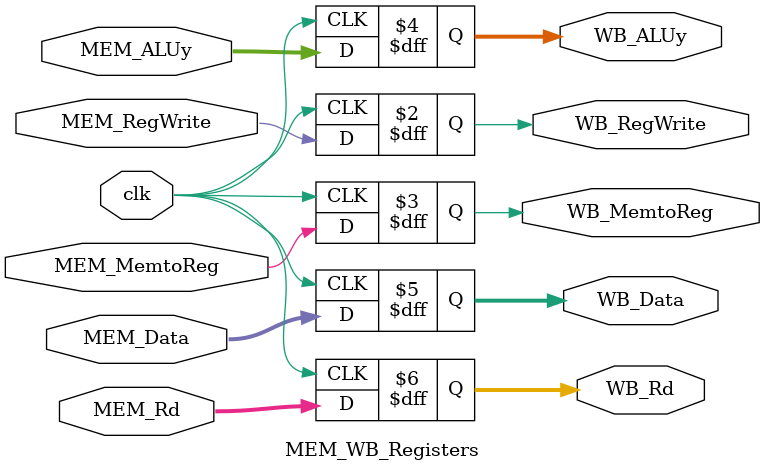
<source format=v>
module Mux2_5(
    input control,
    input [4:0] in1, in0,
    output [4:0] out
);
assign out = control? in1:in0;
endmodule

module Mux2_32(
    input control,
    input [31:0] in1, in0,
    output [31:0] out
);
assign out = control? in1:in0;
endmodule

module Mux2_9(
    input control,
    input [8:0] in1, in0,
    output [8:0] out
);
assign out = control? in1:in0;
endmodule

module Mux3_32(
    input [1:0] control,
    input [31:0] in10, in01, in00,
    output [31:0] out
);
assign out = control[1]? (control[0]?32'b0:in10):(control[0]?in01:in00);
endmodule

module PC(
    input clk,
    input rst,
    input stall,
    input [31:0] new_addr,
    output reg [31:0] cur_addr
);
initial
    cur_addr <= 0;
always@(posedge clk or posedge rst)
begin
    if(rst)
        cur_addr <= 0;
    else
        if(~stall)
            cur_addr <= new_addr;
        else
            cur_addr <= cur_addr;
end
endmodule

module Registers				//32 x WIDTH¼Ä´æÆ÷¶Ñ
#(parameter WIDTH = 32) 	        //Êý¾Ý¿í¶È
(
    input clk,						//Ê±ÖÓ£¨ÉÏÉýÑØÓÐÐ§£©
    input [4:0] ra0,				//¶Á¶Ë¿Ú0µØÖ·
    output reg [WIDTH-1:0] rd0,    	    //¶Á¶Ë¿Ú0Êý¾Ý
    input [4:0] ra1, 				//¶Á¶Ë¿Ú1µØÖ·
    output reg [WIDTH-1:0] rd1,      	//¶Á¶Ë¿Ú1Êý¾Ý
    input [4:0] wa, 				//Ð´¶Ë¿ÚµØÖ·
    input we,				    	//Ð´Ê¹ÄÜ£¬¸ßµçÆ½ÓÐÐ§
    input [WIDTH-1:0] wd 	    	//Ð´¶Ë¿ÚÊý¾Ý
);
reg [WIDTH-1:0] mem [255:0];
// ³õÊ¼»¯ RAM µÄÄÚÈÝ
initial
begin
    //$readmemh("C:/Users/mi/Desktop/text.txt", mem, 0, 255);
    $readmemh("C:/Users/mi/Desktop/lab5_cpu/initReg.vec", mem, 0, 255);
end
// Òì²½¶Á
always@(*)
begin
    rd0 = mem[ra0];
    rd1 = mem[ra1];
end
// Í¬²½Ð´
always@(negedge clk)
begin
    if(we)
        if(wa != 5'b0)
            mem[wa] <= wd; 
end
endmodule

module Sign_extend(
    input [15:0] imm,
    output [31:0] extendImm
);
assign extendImm[15:0] = imm;
assign extendImm[31:16] = imm[15] ? 16'hffff : 16'h0000;
endmodule

module ALU
#(parameter WIDTH = 32) 	//Êý¾Ý¿í¶È
(output reg [WIDTH-1:0] y, 		//ÔËËã½á¹û
output reg zf, 					//Áã±êÖ¾
output reg cf, 					//½øÎ»/½èÎ»±êÖ¾
output reg of, 					//Òç³ö±êÖ¾
input [WIDTH-1:0] a, b,		//Á½²Ù×÷Êý
input [2:0] m		    	//²Ù×÷ÀàÐÍ
);
always@(*)
    begin
        case(m)
            3'b000: // +
            begin
                {cf, y} = a + b;
                of = (~a[WIDTH-1] & ~b[WIDTH-1] & y[WIDTH-1])
                    | (a[WIDTH-1] & b[WIDTH-1] & ~y[WIDTH-1]);
                zf = ~|y;
            end
            3'b001: // -
            begin
                {cf, y} = a - b;
                of = (~a[WIDTH-1] & b[WIDTH-1] & y[WIDTH-1])
                    | (a[WIDTH-1] & ~b[WIDTH-1] & ~y[WIDTH-1]);
                zf = ~|y;
            end
            3'b010: // &
            begin
                y = a & b;
                zf = ~|y;
                cf = 0;
                of = 0;
            end
            3'b011: // |
            begin
                y = a | b;
                zf = ~|y;
                cf = 0;
                of = 0;
            end
            3'b100: // ^
            begin
                y = a ^ b;
                zf = ~|y;
                cf = 0;
                of = 0;
            end
            default:
            begin
                y = 0;
                zf = 0;
                cf = 0;
                of = 0;
            end
        endcase
end
endmodule

module Control(
    input [5:0] instruction,
    output reg EX_RegDst, EX_ALUOp1, EX_ALUOp0, EX_ALUSrc, 
    output reg M_Branch, M_MemRead, M_MemWrite,
    output reg WB_RegWrite, WB_MemtoReg
);
// add addi lw sw beq j
// x ¶¼¹éÎª 0
always @(instruction)
begin
    case(instruction)
        6'b000000: // add
            {EX_RegDst, EX_ALUOp1, EX_ALUOp0, EX_ALUSrc, 
            M_Branch, M_MemRead, M_MemWrite,
            WB_RegWrite, WB_MemtoReg} <= 9'b110000010;
        6'b100011: // lw
            {EX_RegDst, EX_ALUOp1, EX_ALUOp0, EX_ALUSrc, 
            M_Branch, M_MemRead, M_MemWrite,
            WB_RegWrite, WB_MemtoReg} <= 9'b000101011;
        6'b101011: // sw
            {EX_RegDst, EX_ALUOp1, EX_ALUOp0, EX_ALUSrc, 
            M_Branch, M_MemRead, M_MemWrite,
            WB_RegWrite, WB_MemtoReg} <= 9'b00010010x;
        6'b000100: // beq
            {EX_RegDst, EX_ALUOp1, EX_ALUOp0, EX_ALUSrc, 
            M_Branch, M_MemRead, M_MemWrite,
            WB_RegWrite, WB_MemtoReg} <= 9'b00101000x;
        6'b001000: // addi
            {EX_RegDst, EX_ALUOp1, EX_ALUOp0, EX_ALUSrc, 
            M_Branch, M_MemRead, M_MemWrite,
            WB_RegWrite, WB_MemtoReg} <= 9'b000100010;
        /*6'b000010: // j
            {EX_RegDst, EX_ALUOp1, EX_ALUOp0, EX_ALUSrc, 
            M_Branch, M_MemRead, M_MemWrite,
            WB_RegWrite, WB_MemtoReg} <= 9'b;*/
        default:{EX_RegDst, EX_ALUOp1, EX_ALUOp0, EX_ALUSrc, 
            M_Branch, M_MemRead, M_MemWrite,
            WB_RegWrite, WB_MemtoReg} <= 9'b0;
    endcase
end
endmodule

module ALUControl(
    input Op1, Op0,
    input [5 : 0] funct,
    output reg [2 : 0] ALUOp
);
always@(*)
begin
    case({Op1, Op0})
        2'b00: ALUOp <= 3'b000;
        2'b01: ALUOp <= 3'b001;
        2'b10: begin
            case(funct)
                6'b100000: ALUOp <= 3'b000;
                6'b100010: ALUOp <= 3'b001;
                6'b100100: ALUOp <= 3'b010;
                6'b100101: ALUOp <= 3'b011;
                default: ALUOp <= 3'b111;
            endcase
        end
    endcase
end
endmodule

module ForwardingUnit(
    input [4 : 0] ID_EX_Rt, ID_EX_Rs,
    input [4 : 0] EX_MEM_Rd, 
    input [4 : 0] MEM_WB_Rd, 
    input EX_MEM_RegWrite, MEM_WB_RegWrite,
    input EX_MEM_MemWrite, // ¼Ó
    output reg [1 : 0] ForwardA, ForwardB, 
    output reg ForwardC // ¼Ó
);
always@(*)
begin
    if(EX_MEM_RegWrite & (EX_MEM_Rd!=0) & (EX_MEM_Rd == ID_EX_Rs))
        ForwardA <= 2'b10;
    else if(MEM_WB_RegWrite & (MEM_WB_Rd!=0) 
            //& ~(EX_MEM_RegWrite & (EX_MEM_Rd!=0)
            //& (EX_MEM_Rd!=ID_EX_Rs))
            & (MEM_WB_Rd == ID_EX_Rs))
        ForwardA <= 2'b01;
    else
        ForwardA <= 2'b00;

    if(EX_MEM_RegWrite & (EX_MEM_Rd!=0) & (EX_MEM_Rd == ID_EX_Rt))
        ForwardB <= 2'b10;
    else if(MEM_WB_RegWrite & (MEM_WB_Rd!=0) 
            //& ~(EX_MEM_RegWrite & (EX_MEM_Rd!=0) & (EX_MEM_Rd!=ID_EX_Rt))
            & (MEM_WB_Rd == ID_EX_Rt))
        ForwardB <= 2'b01;
    else
        ForwardB <= 2'b00;
    if(EX_MEM_MemWrite & MEM_WB_RegWrite & (EX_MEM_Rd == MEM_WB_Rd))
        ForwardC <= 1;
    else
        ForwardC <= 0;
end
endmodule

module HazardDetectionUnit(
    input EX_MemRead, EX_Branch, EX_zero,
    input [4 : 0] ID_Rs, ID_Rt, 
    input [4 : 0] EX_Rtd, 
    input jump,
    input rst,
    output reg stall, Clrn1, Clrn2
);
always@(*)
begin
    if(rst == 1)
    begin
        stall <= 1;
        Clrn1 <= 0;
        Clrn2 <= 0;
    end
    else if(EX_MemRead & 
        ((EX_Rtd == ID_Rs) | (EX_Rtd == ID_Rt)) &
        (EX_Rtd != 0)) // lw ÆøÅÝ
    begin
        stall <= 1;
        Clrn1 <= 1;
        Clrn2 <= 0;
    end
    else if(EX_Branch & EX_zero) // beq
    begin
        stall <= 0;
        Clrn1 <= 0;
        Clrn2 <= 0;
    end
    else if(jump) // jump
    begin
        stall <= 0;
        Clrn1 <= 0;
        Clrn2 <= 1;
    end
    else
    begin
        stall <= 0;
        Clrn1 <= 1;
        Clrn2 <= 1;
    end
end
endmodule

module IF_ID_Registers(
    input clk,
    input [31 : 0] IF_PCadd,
    input [31 : 0] IF_instruction, 
    input Clrn, 
    input stall,
    output reg [31 : 0] ID_PCadd,
    output reg [31 : 0] ID_instruction
);
always@(posedge clk)
begin
    if(~Clrn)
    begin
        ID_PCadd <= 0;
        ID_instruction <= 32'hffffffff;
    end
    else if(stall)
    begin
        ID_PCadd <= ID_PCadd;
        ID_instruction <= ID_instruction;
    end
    else
    begin
        ID_PCadd <= IF_PCadd;
        ID_instruction <= IF_instruction;
    end
end
endmodule

module ID_EX_Registers(
    input clk,
    input Clrn,
    input [8 : 0] ID_Signal, 
    input [31 : 0] ID_RegData0, ID_RegData1,
    input [31 : 0] extendImm, ID_PCadd,
    input [4 : 0] ID_Rs, ID_Rt, ID_Rd,
    output reg EX_RegDst, EX_ALUOp1, EX_ALUOp0, EX_ALUSrc,
            EX_Branch, EX_MemRead, EX_MemWrite,
            EX_RegWrite, EX_MemtoReg,
    output reg [31 : 0] EX_RegData0, EX_RegData1, 
    output reg [31 : 0] EX_extendImm, EX_PCadd, 
    output reg [4 : 0] EX_Rs, EX_Rt, EX_Rd
);
always@(posedge clk)
begin
    if(~Clrn)
    begin
        {EX_RegDst, EX_ALUOp1, EX_ALUOp0, EX_ALUSrc,
        EX_Branch, EX_MemRead, EX_MemWrite,
        EX_RegWrite, EX_MemtoReg} <= 9'b0;
        EX_RegData1 <= 32'b0;
        EX_RegData0 <= 32'b0;
        EX_extendImm <= 32'b0;
        EX_PCadd <= 32'b0;
        EX_Rs <= 5'b0;
        EX_Rt <= 5'b0;
        EX_Rd <= 5'b0;
    end
    else
    begin
        {EX_RegDst, EX_ALUOp1, EX_ALUOp0, EX_ALUSrc,
        EX_Branch, EX_MemRead, EX_MemWrite,
        EX_RegWrite, EX_MemtoReg} <= ID_Signal;
        EX_RegData1 <= ID_RegData1;
        EX_RegData0 <= ID_RegData0;
        EX_extendImm <= extendImm;
        EX_PCadd <= ID_PCadd;
        EX_Rs <= ID_Rs;
        EX_Rt <= ID_Rt;
        EX_Rd <= ID_Rd;
    end
end
endmodule

module EX_MEM_Registers(
    input clk,
    input EX_Branch, EX_MemRead, EX_MemWrite,
        EX_RegWrite, EX_MemtoReg,
    //input zero,
    input [31 : 0] ALUy, EX_RegData1,
    input [4 : 0] EX_Rtd,
    output reg MEM_Branch, MEM_MemRead, MEM_MemWrite,
        MEM_RegWrite, MEM_MemtoReg,
    //output reg MEM_zero,
    output reg [31 : 0] MEM_ALUy, MEM_RegData1,
    output reg [4 : 0] MEM_Rd
);
always@(posedge clk)
begin
    {MEM_Branch, MEM_MemRead, MEM_MemWrite,
    MEM_RegWrite, MEM_MemtoReg} <= 
    {EX_Branch, EX_MemRead, EX_MemWrite,
    EX_RegWrite, EX_MemtoReg};
    //MEM_zero <= zero;
    MEM_ALUy <= ALUy;
    MEM_RegData1 <= EX_RegData1;
    MEM_Rd <= EX_Rtd;
end
endmodule


module MEM_WB_Registers(
    input clk,
    input MEM_RegWrite, MEM_MemtoReg,
    input [31 : 0] MEM_Data,
    input [31 : 0] MEM_ALUy,
    input [4 : 0] MEM_Rd,
    output reg WB_RegWrite, WB_MemtoReg,
    output reg [31 : 0] WB_ALUy, WB_Data,
    output reg [4 : 0] WB_Rd
);
always@(posedge clk)
begin
    {WB_RegWrite, WB_MemtoReg} <= 
        {MEM_RegWrite, MEM_MemtoReg};
    WB_Data <= MEM_Data;
    WB_ALUy <= MEM_ALUy;
    WB_Rd <= MEM_Rd;
end
endmodule
</source>
